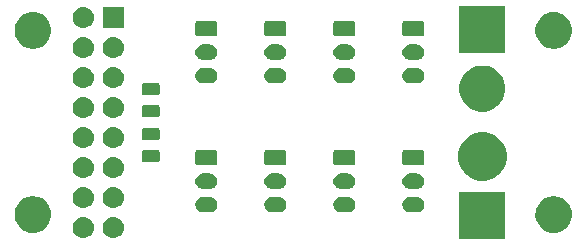
<source format=gbr>
G04 #@! TF.GenerationSoftware,KiCad,Pcbnew,(5.1.4)-1*
G04 #@! TF.CreationDate,2021-11-14T18:33:35-06:00*
G04 #@! TF.ProjectId,FadecandyHatV1.0,46616465-6361-46e6-9479-48617456312e,rev?*
G04 #@! TF.SameCoordinates,Original*
G04 #@! TF.FileFunction,Soldermask,Top*
G04 #@! TF.FilePolarity,Negative*
%FSLAX46Y46*%
G04 Gerber Fmt 4.6, Leading zero omitted, Abs format (unit mm)*
G04 Created by KiCad (PCBNEW (5.1.4)-1) date 2021-11-14 18:33:35*
%MOMM*%
%LPD*%
G04 APERTURE LIST*
%ADD10C,0.100000*%
G04 APERTURE END LIST*
D10*
G36*
X37003000Y-21255000D02*
G01*
X33101000Y-21255000D01*
X33101000Y-17353000D01*
X37003000Y-17353000D01*
X37003000Y-21255000D01*
X37003000Y-21255000D01*
G37*
G36*
X3920443Y-19425519D02*
G01*
X3986627Y-19432037D01*
X4156466Y-19483557D01*
X4312991Y-19567222D01*
X4348729Y-19596552D01*
X4450186Y-19679814D01*
X4533448Y-19781271D01*
X4562778Y-19817009D01*
X4646443Y-19973534D01*
X4697963Y-20143373D01*
X4715359Y-20320000D01*
X4697963Y-20496627D01*
X4646443Y-20666466D01*
X4562778Y-20822991D01*
X4533448Y-20858729D01*
X4450186Y-20960186D01*
X4348729Y-21043448D01*
X4312991Y-21072778D01*
X4156466Y-21156443D01*
X3986627Y-21207963D01*
X3920442Y-21214482D01*
X3854260Y-21221000D01*
X3765740Y-21221000D01*
X3699558Y-21214482D01*
X3633373Y-21207963D01*
X3463534Y-21156443D01*
X3307009Y-21072778D01*
X3271271Y-21043448D01*
X3169814Y-20960186D01*
X3086552Y-20858729D01*
X3057222Y-20822991D01*
X2973557Y-20666466D01*
X2922037Y-20496627D01*
X2904641Y-20320000D01*
X2922037Y-20143373D01*
X2973557Y-19973534D01*
X3057222Y-19817009D01*
X3086552Y-19781271D01*
X3169814Y-19679814D01*
X3271271Y-19596552D01*
X3307009Y-19567222D01*
X3463534Y-19483557D01*
X3633373Y-19432037D01*
X3699557Y-19425519D01*
X3765740Y-19419000D01*
X3854260Y-19419000D01*
X3920443Y-19425519D01*
X3920443Y-19425519D01*
G37*
G36*
X1380443Y-19425519D02*
G01*
X1446627Y-19432037D01*
X1616466Y-19483557D01*
X1772991Y-19567222D01*
X1808729Y-19596552D01*
X1910186Y-19679814D01*
X1993448Y-19781271D01*
X2022778Y-19817009D01*
X2106443Y-19973534D01*
X2157963Y-20143373D01*
X2175359Y-20320000D01*
X2157963Y-20496627D01*
X2106443Y-20666466D01*
X2022778Y-20822991D01*
X1993448Y-20858729D01*
X1910186Y-20960186D01*
X1808729Y-21043448D01*
X1772991Y-21072778D01*
X1616466Y-21156443D01*
X1446627Y-21207963D01*
X1380442Y-21214482D01*
X1314260Y-21221000D01*
X1225740Y-21221000D01*
X1159558Y-21214482D01*
X1093373Y-21207963D01*
X923534Y-21156443D01*
X767009Y-21072778D01*
X731271Y-21043448D01*
X629814Y-20960186D01*
X546552Y-20858729D01*
X517222Y-20822991D01*
X433557Y-20666466D01*
X382037Y-20496627D01*
X364641Y-20320000D01*
X382037Y-20143373D01*
X433557Y-19973534D01*
X517222Y-19817009D01*
X546552Y-19781271D01*
X629814Y-19679814D01*
X731271Y-19596552D01*
X767009Y-19567222D01*
X923534Y-19483557D01*
X1093373Y-19432037D01*
X1159557Y-19425519D01*
X1225740Y-19419000D01*
X1314260Y-19419000D01*
X1380443Y-19425519D01*
X1380443Y-19425519D01*
G37*
G36*
X41402585Y-17703802D02*
G01*
X41552410Y-17733604D01*
X41834674Y-17850521D01*
X42088705Y-18020259D01*
X42304741Y-18236295D01*
X42474479Y-18490326D01*
X42591396Y-18772590D01*
X42607501Y-18853554D01*
X42635707Y-18995354D01*
X42651000Y-19072240D01*
X42651000Y-19377760D01*
X42591396Y-19677410D01*
X42474479Y-19959674D01*
X42304741Y-20213705D01*
X42088705Y-20429741D01*
X41834674Y-20599479D01*
X41552410Y-20716396D01*
X41402585Y-20746198D01*
X41252761Y-20776000D01*
X40947239Y-20776000D01*
X40797415Y-20746198D01*
X40647590Y-20716396D01*
X40365326Y-20599479D01*
X40111295Y-20429741D01*
X39895259Y-20213705D01*
X39725521Y-19959674D01*
X39608604Y-19677410D01*
X39549000Y-19377760D01*
X39549000Y-19072240D01*
X39564294Y-18995354D01*
X39592499Y-18853554D01*
X39608604Y-18772590D01*
X39725521Y-18490326D01*
X39895259Y-18236295D01*
X40111295Y-18020259D01*
X40365326Y-17850521D01*
X40647590Y-17733604D01*
X40797415Y-17703802D01*
X40947239Y-17674000D01*
X41252761Y-17674000D01*
X41402585Y-17703802D01*
X41402585Y-17703802D01*
G37*
G36*
X-2697415Y-17703802D02*
G01*
X-2547590Y-17733604D01*
X-2265326Y-17850521D01*
X-2011295Y-18020259D01*
X-1795259Y-18236295D01*
X-1625521Y-18490326D01*
X-1508604Y-18772590D01*
X-1492499Y-18853554D01*
X-1464293Y-18995354D01*
X-1449000Y-19072240D01*
X-1449000Y-19377760D01*
X-1508604Y-19677410D01*
X-1625521Y-19959674D01*
X-1795259Y-20213705D01*
X-2011295Y-20429741D01*
X-2265326Y-20599479D01*
X-2547590Y-20716396D01*
X-2697415Y-20746198D01*
X-2847239Y-20776000D01*
X-3152761Y-20776000D01*
X-3302585Y-20746198D01*
X-3452410Y-20716396D01*
X-3734674Y-20599479D01*
X-3988705Y-20429741D01*
X-4204741Y-20213705D01*
X-4374479Y-19959674D01*
X-4491396Y-19677410D01*
X-4551000Y-19377760D01*
X-4551000Y-19072240D01*
X-4535706Y-18995354D01*
X-4507501Y-18853554D01*
X-4491396Y-18772590D01*
X-4374479Y-18490326D01*
X-4204741Y-18236295D01*
X-3988705Y-18020259D01*
X-3734674Y-17850521D01*
X-3452410Y-17733604D01*
X-3302585Y-17703802D01*
X-3152761Y-17674000D01*
X-2847239Y-17674000D01*
X-2697415Y-17703802D01*
X-2697415Y-17703802D01*
G37*
G36*
X29548855Y-17743140D02*
G01*
X29612618Y-17749420D01*
X29703404Y-17776960D01*
X29735336Y-17786646D01*
X29848425Y-17847094D01*
X29947554Y-17928446D01*
X30028906Y-18027575D01*
X30089354Y-18140664D01*
X30089355Y-18140668D01*
X30126580Y-18263382D01*
X30139149Y-18391000D01*
X30126580Y-18518618D01*
X30122284Y-18532779D01*
X30089354Y-18641336D01*
X30028906Y-18754425D01*
X29947554Y-18853554D01*
X29848425Y-18934906D01*
X29735336Y-18995354D01*
X29703404Y-19005040D01*
X29612618Y-19032580D01*
X29548855Y-19038860D01*
X29516974Y-19042000D01*
X28903026Y-19042000D01*
X28871145Y-19038860D01*
X28807382Y-19032580D01*
X28716596Y-19005040D01*
X28684664Y-18995354D01*
X28571575Y-18934906D01*
X28472446Y-18853554D01*
X28391094Y-18754425D01*
X28330646Y-18641336D01*
X28297716Y-18532779D01*
X28293420Y-18518618D01*
X28280851Y-18391000D01*
X28293420Y-18263382D01*
X28330645Y-18140668D01*
X28330646Y-18140664D01*
X28391094Y-18027575D01*
X28472446Y-17928446D01*
X28571575Y-17847094D01*
X28684664Y-17786646D01*
X28716596Y-17776960D01*
X28807382Y-17749420D01*
X28871145Y-17743140D01*
X28903026Y-17740000D01*
X29516974Y-17740000D01*
X29548855Y-17743140D01*
X29548855Y-17743140D01*
G37*
G36*
X12022855Y-17743140D02*
G01*
X12086618Y-17749420D01*
X12177404Y-17776960D01*
X12209336Y-17786646D01*
X12322425Y-17847094D01*
X12421554Y-17928446D01*
X12502906Y-18027575D01*
X12563354Y-18140664D01*
X12563355Y-18140668D01*
X12600580Y-18263382D01*
X12613149Y-18391000D01*
X12600580Y-18518618D01*
X12596284Y-18532779D01*
X12563354Y-18641336D01*
X12502906Y-18754425D01*
X12421554Y-18853554D01*
X12322425Y-18934906D01*
X12209336Y-18995354D01*
X12177404Y-19005040D01*
X12086618Y-19032580D01*
X12022855Y-19038860D01*
X11990974Y-19042000D01*
X11377026Y-19042000D01*
X11345145Y-19038860D01*
X11281382Y-19032580D01*
X11190596Y-19005040D01*
X11158664Y-18995354D01*
X11045575Y-18934906D01*
X10946446Y-18853554D01*
X10865094Y-18754425D01*
X10804646Y-18641336D01*
X10771716Y-18532779D01*
X10767420Y-18518618D01*
X10754851Y-18391000D01*
X10767420Y-18263382D01*
X10804645Y-18140668D01*
X10804646Y-18140664D01*
X10865094Y-18027575D01*
X10946446Y-17928446D01*
X11045575Y-17847094D01*
X11158664Y-17786646D01*
X11190596Y-17776960D01*
X11281382Y-17749420D01*
X11345145Y-17743140D01*
X11377026Y-17740000D01*
X11990974Y-17740000D01*
X12022855Y-17743140D01*
X12022855Y-17743140D01*
G37*
G36*
X17864855Y-17743140D02*
G01*
X17928618Y-17749420D01*
X18019404Y-17776960D01*
X18051336Y-17786646D01*
X18164425Y-17847094D01*
X18263554Y-17928446D01*
X18344906Y-18027575D01*
X18405354Y-18140664D01*
X18405355Y-18140668D01*
X18442580Y-18263382D01*
X18455149Y-18391000D01*
X18442580Y-18518618D01*
X18438284Y-18532779D01*
X18405354Y-18641336D01*
X18344906Y-18754425D01*
X18263554Y-18853554D01*
X18164425Y-18934906D01*
X18051336Y-18995354D01*
X18019404Y-19005040D01*
X17928618Y-19032580D01*
X17864855Y-19038860D01*
X17832974Y-19042000D01*
X17219026Y-19042000D01*
X17187145Y-19038860D01*
X17123382Y-19032580D01*
X17032596Y-19005040D01*
X17000664Y-18995354D01*
X16887575Y-18934906D01*
X16788446Y-18853554D01*
X16707094Y-18754425D01*
X16646646Y-18641336D01*
X16613716Y-18532779D01*
X16609420Y-18518618D01*
X16596851Y-18391000D01*
X16609420Y-18263382D01*
X16646645Y-18140668D01*
X16646646Y-18140664D01*
X16707094Y-18027575D01*
X16788446Y-17928446D01*
X16887575Y-17847094D01*
X17000664Y-17786646D01*
X17032596Y-17776960D01*
X17123382Y-17749420D01*
X17187145Y-17743140D01*
X17219026Y-17740000D01*
X17832974Y-17740000D01*
X17864855Y-17743140D01*
X17864855Y-17743140D01*
G37*
G36*
X23706855Y-17743140D02*
G01*
X23770618Y-17749420D01*
X23861404Y-17776960D01*
X23893336Y-17786646D01*
X24006425Y-17847094D01*
X24105554Y-17928446D01*
X24186906Y-18027575D01*
X24247354Y-18140664D01*
X24247355Y-18140668D01*
X24284580Y-18263382D01*
X24297149Y-18391000D01*
X24284580Y-18518618D01*
X24280284Y-18532779D01*
X24247354Y-18641336D01*
X24186906Y-18754425D01*
X24105554Y-18853554D01*
X24006425Y-18934906D01*
X23893336Y-18995354D01*
X23861404Y-19005040D01*
X23770618Y-19032580D01*
X23706855Y-19038860D01*
X23674974Y-19042000D01*
X23061026Y-19042000D01*
X23029145Y-19038860D01*
X22965382Y-19032580D01*
X22874596Y-19005040D01*
X22842664Y-18995354D01*
X22729575Y-18934906D01*
X22630446Y-18853554D01*
X22549094Y-18754425D01*
X22488646Y-18641336D01*
X22455716Y-18532779D01*
X22451420Y-18518618D01*
X22438851Y-18391000D01*
X22451420Y-18263382D01*
X22488645Y-18140668D01*
X22488646Y-18140664D01*
X22549094Y-18027575D01*
X22630446Y-17928446D01*
X22729575Y-17847094D01*
X22842664Y-17786646D01*
X22874596Y-17776960D01*
X22965382Y-17749420D01*
X23029145Y-17743140D01*
X23061026Y-17740000D01*
X23674974Y-17740000D01*
X23706855Y-17743140D01*
X23706855Y-17743140D01*
G37*
G36*
X1380443Y-16885519D02*
G01*
X1446627Y-16892037D01*
X1616466Y-16943557D01*
X1772991Y-17027222D01*
X1790998Y-17042000D01*
X1910186Y-17139814D01*
X1993448Y-17241271D01*
X2022778Y-17277009D01*
X2106443Y-17433534D01*
X2157963Y-17603373D01*
X2175359Y-17780000D01*
X2157963Y-17956627D01*
X2106443Y-18126466D01*
X2022778Y-18282991D01*
X1993448Y-18318729D01*
X1910186Y-18420186D01*
X1824719Y-18490326D01*
X1772991Y-18532778D01*
X1616466Y-18616443D01*
X1446627Y-18667963D01*
X1380443Y-18674481D01*
X1314260Y-18681000D01*
X1225740Y-18681000D01*
X1159557Y-18674481D01*
X1093373Y-18667963D01*
X923534Y-18616443D01*
X767009Y-18532778D01*
X715281Y-18490326D01*
X629814Y-18420186D01*
X546552Y-18318729D01*
X517222Y-18282991D01*
X433557Y-18126466D01*
X382037Y-17956627D01*
X364641Y-17780000D01*
X382037Y-17603373D01*
X433557Y-17433534D01*
X517222Y-17277009D01*
X546552Y-17241271D01*
X629814Y-17139814D01*
X749002Y-17042000D01*
X767009Y-17027222D01*
X923534Y-16943557D01*
X1093373Y-16892037D01*
X1159557Y-16885519D01*
X1225740Y-16879000D01*
X1314260Y-16879000D01*
X1380443Y-16885519D01*
X1380443Y-16885519D01*
G37*
G36*
X3920443Y-16885519D02*
G01*
X3986627Y-16892037D01*
X4156466Y-16943557D01*
X4312991Y-17027222D01*
X4330998Y-17042000D01*
X4450186Y-17139814D01*
X4533448Y-17241271D01*
X4562778Y-17277009D01*
X4646443Y-17433534D01*
X4697963Y-17603373D01*
X4715359Y-17780000D01*
X4697963Y-17956627D01*
X4646443Y-18126466D01*
X4562778Y-18282991D01*
X4533448Y-18318729D01*
X4450186Y-18420186D01*
X4364719Y-18490326D01*
X4312991Y-18532778D01*
X4156466Y-18616443D01*
X3986627Y-18667963D01*
X3920443Y-18674481D01*
X3854260Y-18681000D01*
X3765740Y-18681000D01*
X3699557Y-18674481D01*
X3633373Y-18667963D01*
X3463534Y-18616443D01*
X3307009Y-18532778D01*
X3255281Y-18490326D01*
X3169814Y-18420186D01*
X3086552Y-18318729D01*
X3057222Y-18282991D01*
X2973557Y-18126466D01*
X2922037Y-17956627D01*
X2904641Y-17780000D01*
X2922037Y-17603373D01*
X2973557Y-17433534D01*
X3057222Y-17277009D01*
X3086552Y-17241271D01*
X3169814Y-17139814D01*
X3289002Y-17042000D01*
X3307009Y-17027222D01*
X3463534Y-16943557D01*
X3633373Y-16892037D01*
X3699557Y-16885519D01*
X3765740Y-16879000D01*
X3854260Y-16879000D01*
X3920443Y-16885519D01*
X3920443Y-16885519D01*
G37*
G36*
X12021322Y-15742989D02*
G01*
X12086618Y-15749420D01*
X12177404Y-15776960D01*
X12209336Y-15786646D01*
X12322425Y-15847094D01*
X12421554Y-15928446D01*
X12502906Y-16027575D01*
X12563354Y-16140664D01*
X12563355Y-16140668D01*
X12600580Y-16263382D01*
X12613149Y-16391000D01*
X12600580Y-16518618D01*
X12573040Y-16609404D01*
X12563354Y-16641336D01*
X12502906Y-16754425D01*
X12421554Y-16853554D01*
X12322425Y-16934906D01*
X12209336Y-16995354D01*
X12177404Y-17005040D01*
X12086618Y-17032580D01*
X12022855Y-17038860D01*
X11990974Y-17042000D01*
X11377026Y-17042000D01*
X11345145Y-17038860D01*
X11281382Y-17032580D01*
X11190596Y-17005040D01*
X11158664Y-16995354D01*
X11045575Y-16934906D01*
X10946446Y-16853554D01*
X10865094Y-16754425D01*
X10804646Y-16641336D01*
X10794960Y-16609404D01*
X10767420Y-16518618D01*
X10754851Y-16391000D01*
X10767420Y-16263382D01*
X10804645Y-16140668D01*
X10804646Y-16140664D01*
X10865094Y-16027575D01*
X10946446Y-15928446D01*
X11045575Y-15847094D01*
X11158664Y-15786646D01*
X11190596Y-15776960D01*
X11281382Y-15749420D01*
X11346678Y-15742989D01*
X11377026Y-15740000D01*
X11990974Y-15740000D01*
X12021322Y-15742989D01*
X12021322Y-15742989D01*
G37*
G36*
X23705322Y-15742989D02*
G01*
X23770618Y-15749420D01*
X23861404Y-15776960D01*
X23893336Y-15786646D01*
X24006425Y-15847094D01*
X24105554Y-15928446D01*
X24186906Y-16027575D01*
X24247354Y-16140664D01*
X24247355Y-16140668D01*
X24284580Y-16263382D01*
X24297149Y-16391000D01*
X24284580Y-16518618D01*
X24257040Y-16609404D01*
X24247354Y-16641336D01*
X24186906Y-16754425D01*
X24105554Y-16853554D01*
X24006425Y-16934906D01*
X23893336Y-16995354D01*
X23861404Y-17005040D01*
X23770618Y-17032580D01*
X23706855Y-17038860D01*
X23674974Y-17042000D01*
X23061026Y-17042000D01*
X23029145Y-17038860D01*
X22965382Y-17032580D01*
X22874596Y-17005040D01*
X22842664Y-16995354D01*
X22729575Y-16934906D01*
X22630446Y-16853554D01*
X22549094Y-16754425D01*
X22488646Y-16641336D01*
X22478960Y-16609404D01*
X22451420Y-16518618D01*
X22438851Y-16391000D01*
X22451420Y-16263382D01*
X22488645Y-16140668D01*
X22488646Y-16140664D01*
X22549094Y-16027575D01*
X22630446Y-15928446D01*
X22729575Y-15847094D01*
X22842664Y-15786646D01*
X22874596Y-15776960D01*
X22965382Y-15749420D01*
X23030678Y-15742989D01*
X23061026Y-15740000D01*
X23674974Y-15740000D01*
X23705322Y-15742989D01*
X23705322Y-15742989D01*
G37*
G36*
X29547322Y-15742989D02*
G01*
X29612618Y-15749420D01*
X29703404Y-15776960D01*
X29735336Y-15786646D01*
X29848425Y-15847094D01*
X29947554Y-15928446D01*
X30028906Y-16027575D01*
X30089354Y-16140664D01*
X30089355Y-16140668D01*
X30126580Y-16263382D01*
X30139149Y-16391000D01*
X30126580Y-16518618D01*
X30099040Y-16609404D01*
X30089354Y-16641336D01*
X30028906Y-16754425D01*
X29947554Y-16853554D01*
X29848425Y-16934906D01*
X29735336Y-16995354D01*
X29703404Y-17005040D01*
X29612618Y-17032580D01*
X29548855Y-17038860D01*
X29516974Y-17042000D01*
X28903026Y-17042000D01*
X28871145Y-17038860D01*
X28807382Y-17032580D01*
X28716596Y-17005040D01*
X28684664Y-16995354D01*
X28571575Y-16934906D01*
X28472446Y-16853554D01*
X28391094Y-16754425D01*
X28330646Y-16641336D01*
X28320960Y-16609404D01*
X28293420Y-16518618D01*
X28280851Y-16391000D01*
X28293420Y-16263382D01*
X28330645Y-16140668D01*
X28330646Y-16140664D01*
X28391094Y-16027575D01*
X28472446Y-15928446D01*
X28571575Y-15847094D01*
X28684664Y-15786646D01*
X28716596Y-15776960D01*
X28807382Y-15749420D01*
X28872678Y-15742989D01*
X28903026Y-15740000D01*
X29516974Y-15740000D01*
X29547322Y-15742989D01*
X29547322Y-15742989D01*
G37*
G36*
X17863322Y-15742989D02*
G01*
X17928618Y-15749420D01*
X18019404Y-15776960D01*
X18051336Y-15786646D01*
X18164425Y-15847094D01*
X18263554Y-15928446D01*
X18344906Y-16027575D01*
X18405354Y-16140664D01*
X18405355Y-16140668D01*
X18442580Y-16263382D01*
X18455149Y-16391000D01*
X18442580Y-16518618D01*
X18415040Y-16609404D01*
X18405354Y-16641336D01*
X18344906Y-16754425D01*
X18263554Y-16853554D01*
X18164425Y-16934906D01*
X18051336Y-16995354D01*
X18019404Y-17005040D01*
X17928618Y-17032580D01*
X17864855Y-17038860D01*
X17832974Y-17042000D01*
X17219026Y-17042000D01*
X17187145Y-17038860D01*
X17123382Y-17032580D01*
X17032596Y-17005040D01*
X17000664Y-16995354D01*
X16887575Y-16934906D01*
X16788446Y-16853554D01*
X16707094Y-16754425D01*
X16646646Y-16641336D01*
X16636960Y-16609404D01*
X16609420Y-16518618D01*
X16596851Y-16391000D01*
X16609420Y-16263382D01*
X16646645Y-16140668D01*
X16646646Y-16140664D01*
X16707094Y-16027575D01*
X16788446Y-15928446D01*
X16887575Y-15847094D01*
X17000664Y-15786646D01*
X17032596Y-15776960D01*
X17123382Y-15749420D01*
X17188678Y-15742989D01*
X17219026Y-15740000D01*
X17832974Y-15740000D01*
X17863322Y-15742989D01*
X17863322Y-15742989D01*
G37*
G36*
X35650254Y-12331818D02*
G01*
X36023511Y-12486426D01*
X36023513Y-12486427D01*
X36359436Y-12710884D01*
X36645116Y-12996564D01*
X36678460Y-13046466D01*
X36869574Y-13332489D01*
X37024182Y-13705746D01*
X37103000Y-14101993D01*
X37103000Y-14506007D01*
X37024182Y-14902254D01*
X36884283Y-15240000D01*
X36869573Y-15275513D01*
X36645116Y-15611436D01*
X36359436Y-15897116D01*
X36023513Y-16121573D01*
X36023512Y-16121574D01*
X36023511Y-16121574D01*
X35650254Y-16276182D01*
X35254007Y-16355000D01*
X34849993Y-16355000D01*
X34453746Y-16276182D01*
X34080489Y-16121574D01*
X34080488Y-16121574D01*
X34080487Y-16121573D01*
X33744564Y-15897116D01*
X33458884Y-15611436D01*
X33234427Y-15275513D01*
X33219717Y-15240000D01*
X33079818Y-14902254D01*
X33001000Y-14506007D01*
X33001000Y-14101993D01*
X33079818Y-13705746D01*
X33234426Y-13332489D01*
X33425541Y-13046466D01*
X33458884Y-12996564D01*
X33744564Y-12710884D01*
X34080487Y-12486427D01*
X34080489Y-12486426D01*
X34453746Y-12331818D01*
X34849993Y-12253000D01*
X35254007Y-12253000D01*
X35650254Y-12331818D01*
X35650254Y-12331818D01*
G37*
G36*
X3920443Y-14345519D02*
G01*
X3986627Y-14352037D01*
X4156466Y-14403557D01*
X4312991Y-14487222D01*
X4335879Y-14506006D01*
X4450186Y-14599814D01*
X4518567Y-14683138D01*
X4562778Y-14737009D01*
X4646443Y-14893534D01*
X4697963Y-15063373D01*
X4715359Y-15240000D01*
X4697963Y-15416627D01*
X4646443Y-15586466D01*
X4562778Y-15742991D01*
X4533448Y-15778729D01*
X4450186Y-15880186D01*
X4348729Y-15963448D01*
X4312991Y-15992778D01*
X4156466Y-16076443D01*
X3986627Y-16127963D01*
X3920443Y-16134481D01*
X3854260Y-16141000D01*
X3765740Y-16141000D01*
X3699557Y-16134481D01*
X3633373Y-16127963D01*
X3463534Y-16076443D01*
X3307009Y-15992778D01*
X3271271Y-15963448D01*
X3169814Y-15880186D01*
X3086552Y-15778729D01*
X3057222Y-15742991D01*
X2973557Y-15586466D01*
X2922037Y-15416627D01*
X2904641Y-15240000D01*
X2922037Y-15063373D01*
X2973557Y-14893534D01*
X3057222Y-14737009D01*
X3101433Y-14683138D01*
X3169814Y-14599814D01*
X3284121Y-14506006D01*
X3307009Y-14487222D01*
X3463534Y-14403557D01*
X3633373Y-14352037D01*
X3699557Y-14345519D01*
X3765740Y-14339000D01*
X3854260Y-14339000D01*
X3920443Y-14345519D01*
X3920443Y-14345519D01*
G37*
G36*
X1380443Y-14345519D02*
G01*
X1446627Y-14352037D01*
X1616466Y-14403557D01*
X1772991Y-14487222D01*
X1795879Y-14506006D01*
X1910186Y-14599814D01*
X1978567Y-14683138D01*
X2022778Y-14737009D01*
X2106443Y-14893534D01*
X2157963Y-15063373D01*
X2175359Y-15240000D01*
X2157963Y-15416627D01*
X2106443Y-15586466D01*
X2022778Y-15742991D01*
X1993448Y-15778729D01*
X1910186Y-15880186D01*
X1808729Y-15963448D01*
X1772991Y-15992778D01*
X1616466Y-16076443D01*
X1446627Y-16127963D01*
X1380443Y-16134481D01*
X1314260Y-16141000D01*
X1225740Y-16141000D01*
X1159557Y-16134481D01*
X1093373Y-16127963D01*
X923534Y-16076443D01*
X767009Y-15992778D01*
X731271Y-15963448D01*
X629814Y-15880186D01*
X546552Y-15778729D01*
X517222Y-15742991D01*
X433557Y-15586466D01*
X382037Y-15416627D01*
X364641Y-15240000D01*
X382037Y-15063373D01*
X433557Y-14893534D01*
X517222Y-14737009D01*
X561433Y-14683138D01*
X629814Y-14599814D01*
X744121Y-14506006D01*
X767009Y-14487222D01*
X923534Y-14403557D01*
X1093373Y-14352037D01*
X1159557Y-14345519D01*
X1225740Y-14339000D01*
X1314260Y-14339000D01*
X1380443Y-14345519D01*
X1380443Y-14345519D01*
G37*
G36*
X18292242Y-13744404D02*
G01*
X18329337Y-13755657D01*
X18363515Y-13773925D01*
X18393481Y-13798519D01*
X18418075Y-13828485D01*
X18436343Y-13862663D01*
X18447596Y-13899758D01*
X18452000Y-13944474D01*
X18452000Y-14837526D01*
X18447596Y-14882242D01*
X18436343Y-14919337D01*
X18418075Y-14953515D01*
X18393481Y-14983481D01*
X18363515Y-15008075D01*
X18329337Y-15026343D01*
X18292242Y-15037596D01*
X18247526Y-15042000D01*
X16804474Y-15042000D01*
X16759758Y-15037596D01*
X16722663Y-15026343D01*
X16688485Y-15008075D01*
X16658519Y-14983481D01*
X16633925Y-14953515D01*
X16615657Y-14919337D01*
X16604404Y-14882242D01*
X16600000Y-14837526D01*
X16600000Y-13944474D01*
X16604404Y-13899758D01*
X16615657Y-13862663D01*
X16633925Y-13828485D01*
X16658519Y-13798519D01*
X16688485Y-13773925D01*
X16722663Y-13755657D01*
X16759758Y-13744404D01*
X16804474Y-13740000D01*
X18247526Y-13740000D01*
X18292242Y-13744404D01*
X18292242Y-13744404D01*
G37*
G36*
X24134242Y-13744404D02*
G01*
X24171337Y-13755657D01*
X24205515Y-13773925D01*
X24235481Y-13798519D01*
X24260075Y-13828485D01*
X24278343Y-13862663D01*
X24289596Y-13899758D01*
X24294000Y-13944474D01*
X24294000Y-14837526D01*
X24289596Y-14882242D01*
X24278343Y-14919337D01*
X24260075Y-14953515D01*
X24235481Y-14983481D01*
X24205515Y-15008075D01*
X24171337Y-15026343D01*
X24134242Y-15037596D01*
X24089526Y-15042000D01*
X22646474Y-15042000D01*
X22601758Y-15037596D01*
X22564663Y-15026343D01*
X22530485Y-15008075D01*
X22500519Y-14983481D01*
X22475925Y-14953515D01*
X22457657Y-14919337D01*
X22446404Y-14882242D01*
X22442000Y-14837526D01*
X22442000Y-13944474D01*
X22446404Y-13899758D01*
X22457657Y-13862663D01*
X22475925Y-13828485D01*
X22500519Y-13798519D01*
X22530485Y-13773925D01*
X22564663Y-13755657D01*
X22601758Y-13744404D01*
X22646474Y-13740000D01*
X24089526Y-13740000D01*
X24134242Y-13744404D01*
X24134242Y-13744404D01*
G37*
G36*
X29976242Y-13744404D02*
G01*
X30013337Y-13755657D01*
X30047515Y-13773925D01*
X30077481Y-13798519D01*
X30102075Y-13828485D01*
X30120343Y-13862663D01*
X30131596Y-13899758D01*
X30136000Y-13944474D01*
X30136000Y-14837526D01*
X30131596Y-14882242D01*
X30120343Y-14919337D01*
X30102075Y-14953515D01*
X30077481Y-14983481D01*
X30047515Y-15008075D01*
X30013337Y-15026343D01*
X29976242Y-15037596D01*
X29931526Y-15042000D01*
X28488474Y-15042000D01*
X28443758Y-15037596D01*
X28406663Y-15026343D01*
X28372485Y-15008075D01*
X28342519Y-14983481D01*
X28317925Y-14953515D01*
X28299657Y-14919337D01*
X28288404Y-14882242D01*
X28284000Y-14837526D01*
X28284000Y-13944474D01*
X28288404Y-13899758D01*
X28299657Y-13862663D01*
X28317925Y-13828485D01*
X28342519Y-13798519D01*
X28372485Y-13773925D01*
X28406663Y-13755657D01*
X28443758Y-13744404D01*
X28488474Y-13740000D01*
X29931526Y-13740000D01*
X29976242Y-13744404D01*
X29976242Y-13744404D01*
G37*
G36*
X12450242Y-13744404D02*
G01*
X12487337Y-13755657D01*
X12521515Y-13773925D01*
X12551481Y-13798519D01*
X12576075Y-13828485D01*
X12594343Y-13862663D01*
X12605596Y-13899758D01*
X12610000Y-13944474D01*
X12610000Y-14837526D01*
X12605596Y-14882242D01*
X12594343Y-14919337D01*
X12576075Y-14953515D01*
X12551481Y-14983481D01*
X12521515Y-15008075D01*
X12487337Y-15026343D01*
X12450242Y-15037596D01*
X12405526Y-15042000D01*
X10962474Y-15042000D01*
X10917758Y-15037596D01*
X10880663Y-15026343D01*
X10846485Y-15008075D01*
X10816519Y-14983481D01*
X10791925Y-14953515D01*
X10773657Y-14919337D01*
X10762404Y-14882242D01*
X10758000Y-14837526D01*
X10758000Y-13944474D01*
X10762404Y-13899758D01*
X10773657Y-13862663D01*
X10791925Y-13828485D01*
X10816519Y-13798519D01*
X10846485Y-13773925D01*
X10880663Y-13755657D01*
X10917758Y-13744404D01*
X10962474Y-13740000D01*
X12405526Y-13740000D01*
X12450242Y-13744404D01*
X12450242Y-13744404D01*
G37*
G36*
X7569468Y-13738565D02*
G01*
X7608138Y-13750296D01*
X7643777Y-13769346D01*
X7675017Y-13794983D01*
X7700654Y-13826223D01*
X7719704Y-13861862D01*
X7731435Y-13900532D01*
X7736000Y-13946888D01*
X7736000Y-14598112D01*
X7731435Y-14644468D01*
X7719704Y-14683138D01*
X7700654Y-14718777D01*
X7675017Y-14750017D01*
X7643777Y-14775654D01*
X7608138Y-14794704D01*
X7569468Y-14806435D01*
X7523112Y-14811000D01*
X6446888Y-14811000D01*
X6400532Y-14806435D01*
X6361862Y-14794704D01*
X6326223Y-14775654D01*
X6294983Y-14750017D01*
X6269346Y-14718777D01*
X6250296Y-14683138D01*
X6238565Y-14644468D01*
X6234000Y-14598112D01*
X6234000Y-13946888D01*
X6238565Y-13900532D01*
X6250296Y-13861862D01*
X6269346Y-13826223D01*
X6294983Y-13794983D01*
X6326223Y-13769346D01*
X6361862Y-13750296D01*
X6400532Y-13738565D01*
X6446888Y-13734000D01*
X7523112Y-13734000D01*
X7569468Y-13738565D01*
X7569468Y-13738565D01*
G37*
G36*
X3920443Y-11805519D02*
G01*
X3986627Y-11812037D01*
X4156466Y-11863557D01*
X4312991Y-11947222D01*
X4317866Y-11951223D01*
X4450186Y-12059814D01*
X4506349Y-12128250D01*
X4562778Y-12197009D01*
X4562779Y-12197011D01*
X4634836Y-12331818D01*
X4646443Y-12353534D01*
X4697963Y-12523373D01*
X4715359Y-12700000D01*
X4697963Y-12876627D01*
X4646443Y-13046466D01*
X4562778Y-13202991D01*
X4533448Y-13238729D01*
X4450186Y-13340186D01*
X4348729Y-13423448D01*
X4312991Y-13452778D01*
X4156466Y-13536443D01*
X3986627Y-13587963D01*
X3920443Y-13594481D01*
X3854260Y-13601000D01*
X3765740Y-13601000D01*
X3699557Y-13594481D01*
X3633373Y-13587963D01*
X3463534Y-13536443D01*
X3307009Y-13452778D01*
X3271271Y-13423448D01*
X3169814Y-13340186D01*
X3086552Y-13238729D01*
X3057222Y-13202991D01*
X2973557Y-13046466D01*
X2922037Y-12876627D01*
X2904641Y-12700000D01*
X2922037Y-12523373D01*
X2973557Y-12353534D01*
X2985165Y-12331818D01*
X3057221Y-12197011D01*
X3057222Y-12197009D01*
X3113651Y-12128250D01*
X3169814Y-12059814D01*
X3302134Y-11951223D01*
X3307009Y-11947222D01*
X3463534Y-11863557D01*
X3633373Y-11812037D01*
X3699557Y-11805519D01*
X3765740Y-11799000D01*
X3854260Y-11799000D01*
X3920443Y-11805519D01*
X3920443Y-11805519D01*
G37*
G36*
X1380443Y-11805519D02*
G01*
X1446627Y-11812037D01*
X1616466Y-11863557D01*
X1772991Y-11947222D01*
X1777866Y-11951223D01*
X1910186Y-12059814D01*
X1966349Y-12128250D01*
X2022778Y-12197009D01*
X2022779Y-12197011D01*
X2094836Y-12331818D01*
X2106443Y-12353534D01*
X2157963Y-12523373D01*
X2175359Y-12700000D01*
X2157963Y-12876627D01*
X2106443Y-13046466D01*
X2022778Y-13202991D01*
X1993448Y-13238729D01*
X1910186Y-13340186D01*
X1808729Y-13423448D01*
X1772991Y-13452778D01*
X1616466Y-13536443D01*
X1446627Y-13587963D01*
X1380443Y-13594481D01*
X1314260Y-13601000D01*
X1225740Y-13601000D01*
X1159557Y-13594481D01*
X1093373Y-13587963D01*
X923534Y-13536443D01*
X767009Y-13452778D01*
X731271Y-13423448D01*
X629814Y-13340186D01*
X546552Y-13238729D01*
X517222Y-13202991D01*
X433557Y-13046466D01*
X382037Y-12876627D01*
X364641Y-12700000D01*
X382037Y-12523373D01*
X433557Y-12353534D01*
X445165Y-12331818D01*
X517221Y-12197011D01*
X517222Y-12197009D01*
X573651Y-12128250D01*
X629814Y-12059814D01*
X762134Y-11951223D01*
X767009Y-11947222D01*
X923534Y-11863557D01*
X1093373Y-11812037D01*
X1159557Y-11805519D01*
X1225740Y-11799000D01*
X1314260Y-11799000D01*
X1380443Y-11805519D01*
X1380443Y-11805519D01*
G37*
G36*
X7569468Y-11863565D02*
G01*
X7608138Y-11875296D01*
X7643777Y-11894346D01*
X7675017Y-11919983D01*
X7700654Y-11951223D01*
X7719704Y-11986862D01*
X7731435Y-12025532D01*
X7736000Y-12071888D01*
X7736000Y-12723112D01*
X7731435Y-12769468D01*
X7719704Y-12808138D01*
X7700654Y-12843777D01*
X7675017Y-12875017D01*
X7643777Y-12900654D01*
X7608138Y-12919704D01*
X7569468Y-12931435D01*
X7523112Y-12936000D01*
X6446888Y-12936000D01*
X6400532Y-12931435D01*
X6361862Y-12919704D01*
X6326223Y-12900654D01*
X6294983Y-12875017D01*
X6269346Y-12843777D01*
X6250296Y-12808138D01*
X6238565Y-12769468D01*
X6234000Y-12723112D01*
X6234000Y-12071888D01*
X6238565Y-12025532D01*
X6250296Y-11986862D01*
X6269346Y-11951223D01*
X6294983Y-11919983D01*
X6326223Y-11894346D01*
X6361862Y-11875296D01*
X6400532Y-11863565D01*
X6446888Y-11859000D01*
X7523112Y-11859000D01*
X7569468Y-11863565D01*
X7569468Y-11863565D01*
G37*
G36*
X3920442Y-9265518D02*
G01*
X3986627Y-9272037D01*
X4156466Y-9323557D01*
X4312991Y-9407222D01*
X4348729Y-9436552D01*
X4450186Y-9519814D01*
X4533448Y-9621271D01*
X4562778Y-9657009D01*
X4646443Y-9813534D01*
X4697963Y-9983373D01*
X4715359Y-10160000D01*
X4697963Y-10336627D01*
X4646443Y-10506466D01*
X4562778Y-10662991D01*
X4533448Y-10698729D01*
X4450186Y-10800186D01*
X4361292Y-10873138D01*
X4312991Y-10912778D01*
X4156466Y-10996443D01*
X3986627Y-11047963D01*
X3920443Y-11054481D01*
X3854260Y-11061000D01*
X3765740Y-11061000D01*
X3699557Y-11054481D01*
X3633373Y-11047963D01*
X3463534Y-10996443D01*
X3307009Y-10912778D01*
X3258708Y-10873138D01*
X3169814Y-10800186D01*
X3086552Y-10698729D01*
X3057222Y-10662991D01*
X2973557Y-10506466D01*
X2922037Y-10336627D01*
X2904641Y-10160000D01*
X2922037Y-9983373D01*
X2973557Y-9813534D01*
X3057222Y-9657009D01*
X3086552Y-9621271D01*
X3169814Y-9519814D01*
X3271271Y-9436552D01*
X3307009Y-9407222D01*
X3463534Y-9323557D01*
X3633373Y-9272037D01*
X3699558Y-9265518D01*
X3765740Y-9259000D01*
X3854260Y-9259000D01*
X3920442Y-9265518D01*
X3920442Y-9265518D01*
G37*
G36*
X1380442Y-9265518D02*
G01*
X1446627Y-9272037D01*
X1616466Y-9323557D01*
X1772991Y-9407222D01*
X1808729Y-9436552D01*
X1910186Y-9519814D01*
X1993448Y-9621271D01*
X2022778Y-9657009D01*
X2106443Y-9813534D01*
X2157963Y-9983373D01*
X2175359Y-10160000D01*
X2157963Y-10336627D01*
X2106443Y-10506466D01*
X2022778Y-10662991D01*
X1993448Y-10698729D01*
X1910186Y-10800186D01*
X1821292Y-10873138D01*
X1772991Y-10912778D01*
X1616466Y-10996443D01*
X1446627Y-11047963D01*
X1380443Y-11054481D01*
X1314260Y-11061000D01*
X1225740Y-11061000D01*
X1159557Y-11054481D01*
X1093373Y-11047963D01*
X923534Y-10996443D01*
X767009Y-10912778D01*
X718708Y-10873138D01*
X629814Y-10800186D01*
X546552Y-10698729D01*
X517222Y-10662991D01*
X433557Y-10506466D01*
X382037Y-10336627D01*
X364641Y-10160000D01*
X382037Y-9983373D01*
X433557Y-9813534D01*
X517222Y-9657009D01*
X546552Y-9621271D01*
X629814Y-9519814D01*
X731271Y-9436552D01*
X767009Y-9407222D01*
X923534Y-9323557D01*
X1093373Y-9272037D01*
X1159558Y-9265518D01*
X1225740Y-9259000D01*
X1314260Y-9259000D01*
X1380442Y-9265518D01*
X1380442Y-9265518D01*
G37*
G36*
X7569468Y-9928565D02*
G01*
X7608138Y-9940296D01*
X7643777Y-9959346D01*
X7675017Y-9984983D01*
X7700654Y-10016223D01*
X7719704Y-10051862D01*
X7731435Y-10090532D01*
X7736000Y-10136888D01*
X7736000Y-10788112D01*
X7731435Y-10834468D01*
X7719704Y-10873138D01*
X7700654Y-10908777D01*
X7675017Y-10940017D01*
X7643777Y-10965654D01*
X7608138Y-10984704D01*
X7569468Y-10996435D01*
X7523112Y-11001000D01*
X6446888Y-11001000D01*
X6400532Y-10996435D01*
X6361862Y-10984704D01*
X6326223Y-10965654D01*
X6294983Y-10940017D01*
X6269346Y-10908777D01*
X6250296Y-10873138D01*
X6238565Y-10834468D01*
X6234000Y-10788112D01*
X6234000Y-10136888D01*
X6238565Y-10090532D01*
X6250296Y-10051862D01*
X6269346Y-10016223D01*
X6294983Y-9984983D01*
X6326223Y-9959346D01*
X6361862Y-9940296D01*
X6400532Y-9928565D01*
X6446888Y-9924000D01*
X7523112Y-9924000D01*
X7569468Y-9928565D01*
X7569468Y-9928565D01*
G37*
G36*
X35621085Y-6679975D02*
G01*
X35954306Y-6818000D01*
X35976145Y-6827046D01*
X36295690Y-7040559D01*
X36567441Y-7312310D01*
X36780954Y-7631855D01*
X36780955Y-7631857D01*
X36928025Y-7986915D01*
X37003000Y-8363842D01*
X37003000Y-8748158D01*
X36928025Y-9125085D01*
X36811160Y-9407221D01*
X36780954Y-9480145D01*
X36567441Y-9799690D01*
X36295690Y-10071441D01*
X35976145Y-10284954D01*
X35976144Y-10284955D01*
X35976143Y-10284955D01*
X35621085Y-10432025D01*
X35244158Y-10507000D01*
X34859842Y-10507000D01*
X34482915Y-10432025D01*
X34127857Y-10284955D01*
X34127856Y-10284955D01*
X34127855Y-10284954D01*
X33808310Y-10071441D01*
X33536559Y-9799690D01*
X33323046Y-9480145D01*
X33292840Y-9407221D01*
X33175975Y-9125085D01*
X33101000Y-8748158D01*
X33101000Y-8363842D01*
X33175975Y-7986915D01*
X33323045Y-7631857D01*
X33323046Y-7631855D01*
X33536559Y-7312310D01*
X33808310Y-7040559D01*
X34127855Y-6827046D01*
X34149694Y-6818000D01*
X34482915Y-6679975D01*
X34859842Y-6605000D01*
X35244158Y-6605000D01*
X35621085Y-6679975D01*
X35621085Y-6679975D01*
G37*
G36*
X7569468Y-8053565D02*
G01*
X7608138Y-8065296D01*
X7643777Y-8084346D01*
X7675017Y-8109983D01*
X7700654Y-8141223D01*
X7719704Y-8176862D01*
X7731435Y-8215532D01*
X7736000Y-8261888D01*
X7736000Y-8913112D01*
X7731435Y-8959468D01*
X7719704Y-8998138D01*
X7700654Y-9033777D01*
X7675017Y-9065017D01*
X7643777Y-9090654D01*
X7608138Y-9109704D01*
X7569468Y-9121435D01*
X7523112Y-9126000D01*
X6446888Y-9126000D01*
X6400532Y-9121435D01*
X6361862Y-9109704D01*
X6326223Y-9090654D01*
X6294983Y-9065017D01*
X6269346Y-9033777D01*
X6250296Y-8998138D01*
X6238565Y-8959468D01*
X6234000Y-8913112D01*
X6234000Y-8261888D01*
X6238565Y-8215532D01*
X6250296Y-8176862D01*
X6269346Y-8141223D01*
X6294983Y-8109983D01*
X6326223Y-8084346D01*
X6361862Y-8065296D01*
X6400532Y-8053565D01*
X6446888Y-8049000D01*
X7523112Y-8049000D01*
X7569468Y-8053565D01*
X7569468Y-8053565D01*
G37*
G36*
X1380442Y-6725518D02*
G01*
X1446627Y-6732037D01*
X1616466Y-6783557D01*
X1772991Y-6867222D01*
X1808729Y-6896552D01*
X1910186Y-6979814D01*
X1960037Y-7040559D01*
X2022778Y-7117009D01*
X2106443Y-7273534D01*
X2157963Y-7443373D01*
X2175359Y-7620000D01*
X2157963Y-7796627D01*
X2106443Y-7966466D01*
X2022778Y-8122991D01*
X2018781Y-8127861D01*
X1910186Y-8260186D01*
X1808729Y-8343448D01*
X1772991Y-8372778D01*
X1616466Y-8456443D01*
X1446627Y-8507963D01*
X1380443Y-8514481D01*
X1314260Y-8521000D01*
X1225740Y-8521000D01*
X1159557Y-8514481D01*
X1093373Y-8507963D01*
X923534Y-8456443D01*
X767009Y-8372778D01*
X731271Y-8343448D01*
X629814Y-8260186D01*
X521219Y-8127861D01*
X517222Y-8122991D01*
X433557Y-7966466D01*
X382037Y-7796627D01*
X364641Y-7620000D01*
X382037Y-7443373D01*
X433557Y-7273534D01*
X517222Y-7117009D01*
X579963Y-7040559D01*
X629814Y-6979814D01*
X731271Y-6896552D01*
X767009Y-6867222D01*
X923534Y-6783557D01*
X1093373Y-6732037D01*
X1159558Y-6725518D01*
X1225740Y-6719000D01*
X1314260Y-6719000D01*
X1380442Y-6725518D01*
X1380442Y-6725518D01*
G37*
G36*
X3920442Y-6725518D02*
G01*
X3986627Y-6732037D01*
X4156466Y-6783557D01*
X4312991Y-6867222D01*
X4348729Y-6896552D01*
X4450186Y-6979814D01*
X4500037Y-7040559D01*
X4562778Y-7117009D01*
X4646443Y-7273534D01*
X4697963Y-7443373D01*
X4715359Y-7620000D01*
X4697963Y-7796627D01*
X4646443Y-7966466D01*
X4562778Y-8122991D01*
X4558781Y-8127861D01*
X4450186Y-8260186D01*
X4348729Y-8343448D01*
X4312991Y-8372778D01*
X4156466Y-8456443D01*
X3986627Y-8507963D01*
X3920443Y-8514481D01*
X3854260Y-8521000D01*
X3765740Y-8521000D01*
X3699557Y-8514481D01*
X3633373Y-8507963D01*
X3463534Y-8456443D01*
X3307009Y-8372778D01*
X3271271Y-8343448D01*
X3169814Y-8260186D01*
X3061219Y-8127861D01*
X3057222Y-8122991D01*
X2973557Y-7966466D01*
X2922037Y-7796627D01*
X2904641Y-7620000D01*
X2922037Y-7443373D01*
X2973557Y-7273534D01*
X3057222Y-7117009D01*
X3119963Y-7040559D01*
X3169814Y-6979814D01*
X3271271Y-6896552D01*
X3307009Y-6867222D01*
X3463534Y-6783557D01*
X3633373Y-6732037D01*
X3699558Y-6725518D01*
X3765740Y-6719000D01*
X3854260Y-6719000D01*
X3920442Y-6725518D01*
X3920442Y-6725518D01*
G37*
G36*
X29548855Y-6821140D02*
G01*
X29612618Y-6827420D01*
X29703404Y-6854960D01*
X29735336Y-6864646D01*
X29848425Y-6925094D01*
X29947554Y-7006446D01*
X30028906Y-7105575D01*
X30089354Y-7218664D01*
X30089355Y-7218668D01*
X30126580Y-7341382D01*
X30139149Y-7469000D01*
X30126580Y-7596618D01*
X30119487Y-7620000D01*
X30089354Y-7719336D01*
X30028906Y-7832425D01*
X29947554Y-7931554D01*
X29848425Y-8012906D01*
X29735336Y-8073354D01*
X29703404Y-8083040D01*
X29612618Y-8110580D01*
X29548855Y-8116860D01*
X29516974Y-8120000D01*
X28903026Y-8120000D01*
X28871145Y-8116860D01*
X28807382Y-8110580D01*
X28716596Y-8083040D01*
X28684664Y-8073354D01*
X28571575Y-8012906D01*
X28472446Y-7931554D01*
X28391094Y-7832425D01*
X28330646Y-7719336D01*
X28300513Y-7620000D01*
X28293420Y-7596618D01*
X28280851Y-7469000D01*
X28293420Y-7341382D01*
X28330645Y-7218668D01*
X28330646Y-7218664D01*
X28391094Y-7105575D01*
X28472446Y-7006446D01*
X28571575Y-6925094D01*
X28684664Y-6864646D01*
X28716596Y-6854960D01*
X28807382Y-6827420D01*
X28871145Y-6821140D01*
X28903026Y-6818000D01*
X29516974Y-6818000D01*
X29548855Y-6821140D01*
X29548855Y-6821140D01*
G37*
G36*
X12022855Y-6821140D02*
G01*
X12086618Y-6827420D01*
X12177404Y-6854960D01*
X12209336Y-6864646D01*
X12322425Y-6925094D01*
X12421554Y-7006446D01*
X12502906Y-7105575D01*
X12563354Y-7218664D01*
X12563355Y-7218668D01*
X12600580Y-7341382D01*
X12613149Y-7469000D01*
X12600580Y-7596618D01*
X12593487Y-7620000D01*
X12563354Y-7719336D01*
X12502906Y-7832425D01*
X12421554Y-7931554D01*
X12322425Y-8012906D01*
X12209336Y-8073354D01*
X12177404Y-8083040D01*
X12086618Y-8110580D01*
X12022855Y-8116860D01*
X11990974Y-8120000D01*
X11377026Y-8120000D01*
X11345145Y-8116860D01*
X11281382Y-8110580D01*
X11190596Y-8083040D01*
X11158664Y-8073354D01*
X11045575Y-8012906D01*
X10946446Y-7931554D01*
X10865094Y-7832425D01*
X10804646Y-7719336D01*
X10774513Y-7620000D01*
X10767420Y-7596618D01*
X10754851Y-7469000D01*
X10767420Y-7341382D01*
X10804645Y-7218668D01*
X10804646Y-7218664D01*
X10865094Y-7105575D01*
X10946446Y-7006446D01*
X11045575Y-6925094D01*
X11158664Y-6864646D01*
X11190596Y-6854960D01*
X11281382Y-6827420D01*
X11345145Y-6821140D01*
X11377026Y-6818000D01*
X11990974Y-6818000D01*
X12022855Y-6821140D01*
X12022855Y-6821140D01*
G37*
G36*
X17864855Y-6821140D02*
G01*
X17928618Y-6827420D01*
X18019404Y-6854960D01*
X18051336Y-6864646D01*
X18164425Y-6925094D01*
X18263554Y-7006446D01*
X18344906Y-7105575D01*
X18405354Y-7218664D01*
X18405355Y-7218668D01*
X18442580Y-7341382D01*
X18455149Y-7469000D01*
X18442580Y-7596618D01*
X18435487Y-7620000D01*
X18405354Y-7719336D01*
X18344906Y-7832425D01*
X18263554Y-7931554D01*
X18164425Y-8012906D01*
X18051336Y-8073354D01*
X18019404Y-8083040D01*
X17928618Y-8110580D01*
X17864855Y-8116860D01*
X17832974Y-8120000D01*
X17219026Y-8120000D01*
X17187145Y-8116860D01*
X17123382Y-8110580D01*
X17032596Y-8083040D01*
X17000664Y-8073354D01*
X16887575Y-8012906D01*
X16788446Y-7931554D01*
X16707094Y-7832425D01*
X16646646Y-7719336D01*
X16616513Y-7620000D01*
X16609420Y-7596618D01*
X16596851Y-7469000D01*
X16609420Y-7341382D01*
X16646645Y-7218668D01*
X16646646Y-7218664D01*
X16707094Y-7105575D01*
X16788446Y-7006446D01*
X16887575Y-6925094D01*
X17000664Y-6864646D01*
X17032596Y-6854960D01*
X17123382Y-6827420D01*
X17187145Y-6821140D01*
X17219026Y-6818000D01*
X17832974Y-6818000D01*
X17864855Y-6821140D01*
X17864855Y-6821140D01*
G37*
G36*
X23706855Y-6821140D02*
G01*
X23770618Y-6827420D01*
X23861404Y-6854960D01*
X23893336Y-6864646D01*
X24006425Y-6925094D01*
X24105554Y-7006446D01*
X24186906Y-7105575D01*
X24247354Y-7218664D01*
X24247355Y-7218668D01*
X24284580Y-7341382D01*
X24297149Y-7469000D01*
X24284580Y-7596618D01*
X24277487Y-7620000D01*
X24247354Y-7719336D01*
X24186906Y-7832425D01*
X24105554Y-7931554D01*
X24006425Y-8012906D01*
X23893336Y-8073354D01*
X23861404Y-8083040D01*
X23770618Y-8110580D01*
X23706855Y-8116860D01*
X23674974Y-8120000D01*
X23061026Y-8120000D01*
X23029145Y-8116860D01*
X22965382Y-8110580D01*
X22874596Y-8083040D01*
X22842664Y-8073354D01*
X22729575Y-8012906D01*
X22630446Y-7931554D01*
X22549094Y-7832425D01*
X22488646Y-7719336D01*
X22458513Y-7620000D01*
X22451420Y-7596618D01*
X22438851Y-7469000D01*
X22451420Y-7341382D01*
X22488645Y-7218668D01*
X22488646Y-7218664D01*
X22549094Y-7105575D01*
X22630446Y-7006446D01*
X22729575Y-6925094D01*
X22842664Y-6864646D01*
X22874596Y-6854960D01*
X22965382Y-6827420D01*
X23029145Y-6821140D01*
X23061026Y-6818000D01*
X23674974Y-6818000D01*
X23706855Y-6821140D01*
X23706855Y-6821140D01*
G37*
G36*
X17864855Y-4821140D02*
G01*
X17928618Y-4827420D01*
X18019404Y-4854960D01*
X18051336Y-4864646D01*
X18164425Y-4925094D01*
X18263554Y-5006446D01*
X18344906Y-5105575D01*
X18405354Y-5218664D01*
X18405355Y-5218668D01*
X18442580Y-5341382D01*
X18455149Y-5469000D01*
X18442580Y-5596618D01*
X18415040Y-5687404D01*
X18405354Y-5719336D01*
X18344906Y-5832425D01*
X18263554Y-5931554D01*
X18164425Y-6012906D01*
X18051336Y-6073354D01*
X18019404Y-6083040D01*
X17928618Y-6110580D01*
X17864855Y-6116860D01*
X17832974Y-6120000D01*
X17219026Y-6120000D01*
X17187145Y-6116860D01*
X17123382Y-6110580D01*
X17032596Y-6083040D01*
X17000664Y-6073354D01*
X16887575Y-6012906D01*
X16788446Y-5931554D01*
X16707094Y-5832425D01*
X16646646Y-5719336D01*
X16636960Y-5687404D01*
X16609420Y-5596618D01*
X16596851Y-5469000D01*
X16609420Y-5341382D01*
X16646645Y-5218668D01*
X16646646Y-5218664D01*
X16707094Y-5105575D01*
X16788446Y-5006446D01*
X16887575Y-4925094D01*
X17000664Y-4864646D01*
X17032596Y-4854960D01*
X17123382Y-4827420D01*
X17187145Y-4821140D01*
X17219026Y-4818000D01*
X17832974Y-4818000D01*
X17864855Y-4821140D01*
X17864855Y-4821140D01*
G37*
G36*
X12022855Y-4821140D02*
G01*
X12086618Y-4827420D01*
X12177404Y-4854960D01*
X12209336Y-4864646D01*
X12322425Y-4925094D01*
X12421554Y-5006446D01*
X12502906Y-5105575D01*
X12563354Y-5218664D01*
X12563355Y-5218668D01*
X12600580Y-5341382D01*
X12613149Y-5469000D01*
X12600580Y-5596618D01*
X12573040Y-5687404D01*
X12563354Y-5719336D01*
X12502906Y-5832425D01*
X12421554Y-5931554D01*
X12322425Y-6012906D01*
X12209336Y-6073354D01*
X12177404Y-6083040D01*
X12086618Y-6110580D01*
X12022855Y-6116860D01*
X11990974Y-6120000D01*
X11377026Y-6120000D01*
X11345145Y-6116860D01*
X11281382Y-6110580D01*
X11190596Y-6083040D01*
X11158664Y-6073354D01*
X11045575Y-6012906D01*
X10946446Y-5931554D01*
X10865094Y-5832425D01*
X10804646Y-5719336D01*
X10794960Y-5687404D01*
X10767420Y-5596618D01*
X10754851Y-5469000D01*
X10767420Y-5341382D01*
X10804645Y-5218668D01*
X10804646Y-5218664D01*
X10865094Y-5105575D01*
X10946446Y-5006446D01*
X11045575Y-4925094D01*
X11158664Y-4864646D01*
X11190596Y-4854960D01*
X11281382Y-4827420D01*
X11345145Y-4821140D01*
X11377026Y-4818000D01*
X11990974Y-4818000D01*
X12022855Y-4821140D01*
X12022855Y-4821140D01*
G37*
G36*
X29548855Y-4821140D02*
G01*
X29612618Y-4827420D01*
X29703404Y-4854960D01*
X29735336Y-4864646D01*
X29848425Y-4925094D01*
X29947554Y-5006446D01*
X30028906Y-5105575D01*
X30089354Y-5218664D01*
X30089355Y-5218668D01*
X30126580Y-5341382D01*
X30139149Y-5469000D01*
X30126580Y-5596618D01*
X30099040Y-5687404D01*
X30089354Y-5719336D01*
X30028906Y-5832425D01*
X29947554Y-5931554D01*
X29848425Y-6012906D01*
X29735336Y-6073354D01*
X29703404Y-6083040D01*
X29612618Y-6110580D01*
X29548855Y-6116860D01*
X29516974Y-6120000D01*
X28903026Y-6120000D01*
X28871145Y-6116860D01*
X28807382Y-6110580D01*
X28716596Y-6083040D01*
X28684664Y-6073354D01*
X28571575Y-6012906D01*
X28472446Y-5931554D01*
X28391094Y-5832425D01*
X28330646Y-5719336D01*
X28320960Y-5687404D01*
X28293420Y-5596618D01*
X28280851Y-5469000D01*
X28293420Y-5341382D01*
X28330645Y-5218668D01*
X28330646Y-5218664D01*
X28391094Y-5105575D01*
X28472446Y-5006446D01*
X28571575Y-4925094D01*
X28684664Y-4864646D01*
X28716596Y-4854960D01*
X28807382Y-4827420D01*
X28871145Y-4821140D01*
X28903026Y-4818000D01*
X29516974Y-4818000D01*
X29548855Y-4821140D01*
X29548855Y-4821140D01*
G37*
G36*
X23706855Y-4821140D02*
G01*
X23770618Y-4827420D01*
X23861404Y-4854960D01*
X23893336Y-4864646D01*
X24006425Y-4925094D01*
X24105554Y-5006446D01*
X24186906Y-5105575D01*
X24247354Y-5218664D01*
X24247355Y-5218668D01*
X24284580Y-5341382D01*
X24297149Y-5469000D01*
X24284580Y-5596618D01*
X24257040Y-5687404D01*
X24247354Y-5719336D01*
X24186906Y-5832425D01*
X24105554Y-5931554D01*
X24006425Y-6012906D01*
X23893336Y-6073354D01*
X23861404Y-6083040D01*
X23770618Y-6110580D01*
X23706855Y-6116860D01*
X23674974Y-6120000D01*
X23061026Y-6120000D01*
X23029145Y-6116860D01*
X22965382Y-6110580D01*
X22874596Y-6083040D01*
X22842664Y-6073354D01*
X22729575Y-6012906D01*
X22630446Y-5931554D01*
X22549094Y-5832425D01*
X22488646Y-5719336D01*
X22478960Y-5687404D01*
X22451420Y-5596618D01*
X22438851Y-5469000D01*
X22451420Y-5341382D01*
X22488645Y-5218668D01*
X22488646Y-5218664D01*
X22549094Y-5105575D01*
X22630446Y-5006446D01*
X22729575Y-4925094D01*
X22842664Y-4864646D01*
X22874596Y-4854960D01*
X22965382Y-4827420D01*
X23029145Y-4821140D01*
X23061026Y-4818000D01*
X23674974Y-4818000D01*
X23706855Y-4821140D01*
X23706855Y-4821140D01*
G37*
G36*
X1380443Y-4185519D02*
G01*
X1446627Y-4192037D01*
X1616466Y-4243557D01*
X1772991Y-4327222D01*
X1808729Y-4356552D01*
X1910186Y-4439814D01*
X1993448Y-4541271D01*
X2022778Y-4577009D01*
X2106443Y-4733534D01*
X2157963Y-4903373D01*
X2175359Y-5080000D01*
X2157963Y-5256627D01*
X2106443Y-5426466D01*
X2022778Y-5582991D01*
X1993448Y-5618729D01*
X1910186Y-5720186D01*
X1808729Y-5803448D01*
X1772991Y-5832778D01*
X1616466Y-5916443D01*
X1446627Y-5967963D01*
X1380443Y-5974481D01*
X1314260Y-5981000D01*
X1225740Y-5981000D01*
X1159557Y-5974481D01*
X1093373Y-5967963D01*
X923534Y-5916443D01*
X767009Y-5832778D01*
X731271Y-5803448D01*
X629814Y-5720186D01*
X546552Y-5618729D01*
X517222Y-5582991D01*
X433557Y-5426466D01*
X382037Y-5256627D01*
X364641Y-5080000D01*
X382037Y-4903373D01*
X433557Y-4733534D01*
X517222Y-4577009D01*
X546552Y-4541271D01*
X629814Y-4439814D01*
X731271Y-4356552D01*
X767009Y-4327222D01*
X923534Y-4243557D01*
X1093373Y-4192037D01*
X1159557Y-4185519D01*
X1225740Y-4179000D01*
X1314260Y-4179000D01*
X1380443Y-4185519D01*
X1380443Y-4185519D01*
G37*
G36*
X3920443Y-4185519D02*
G01*
X3986627Y-4192037D01*
X4156466Y-4243557D01*
X4312991Y-4327222D01*
X4348729Y-4356552D01*
X4450186Y-4439814D01*
X4533448Y-4541271D01*
X4562778Y-4577009D01*
X4646443Y-4733534D01*
X4697963Y-4903373D01*
X4715359Y-5080000D01*
X4697963Y-5256627D01*
X4646443Y-5426466D01*
X4562778Y-5582991D01*
X4533448Y-5618729D01*
X4450186Y-5720186D01*
X4348729Y-5803448D01*
X4312991Y-5832778D01*
X4156466Y-5916443D01*
X3986627Y-5967963D01*
X3920443Y-5974481D01*
X3854260Y-5981000D01*
X3765740Y-5981000D01*
X3699557Y-5974481D01*
X3633373Y-5967963D01*
X3463534Y-5916443D01*
X3307009Y-5832778D01*
X3271271Y-5803448D01*
X3169814Y-5720186D01*
X3086552Y-5618729D01*
X3057222Y-5582991D01*
X2973557Y-5426466D01*
X2922037Y-5256627D01*
X2904641Y-5080000D01*
X2922037Y-4903373D01*
X2973557Y-4733534D01*
X3057222Y-4577009D01*
X3086552Y-4541271D01*
X3169814Y-4439814D01*
X3271271Y-4356552D01*
X3307009Y-4327222D01*
X3463534Y-4243557D01*
X3633373Y-4192037D01*
X3699557Y-4185519D01*
X3765740Y-4179000D01*
X3854260Y-4179000D01*
X3920443Y-4185519D01*
X3920443Y-4185519D01*
G37*
G36*
X37003000Y-5507000D02*
G01*
X33101000Y-5507000D01*
X33101000Y-1605000D01*
X37003000Y-1605000D01*
X37003000Y-5507000D01*
X37003000Y-5507000D01*
G37*
G36*
X41402585Y-2113802D02*
G01*
X41552410Y-2143604D01*
X41834674Y-2260521D01*
X42088705Y-2430259D01*
X42304741Y-2646295D01*
X42474479Y-2900326D01*
X42591396Y-3182590D01*
X42651000Y-3482240D01*
X42651000Y-3787760D01*
X42591396Y-4087410D01*
X42474479Y-4369674D01*
X42304741Y-4623705D01*
X42088705Y-4839741D01*
X41834674Y-5009479D01*
X41552410Y-5126396D01*
X41402585Y-5156198D01*
X41252761Y-5186000D01*
X40947239Y-5186000D01*
X40797415Y-5156198D01*
X40647590Y-5126396D01*
X40365326Y-5009479D01*
X40111295Y-4839741D01*
X39895259Y-4623705D01*
X39725521Y-4369674D01*
X39608604Y-4087410D01*
X39549000Y-3787760D01*
X39549000Y-3482240D01*
X39608604Y-3182590D01*
X39725521Y-2900326D01*
X39895259Y-2646295D01*
X40111295Y-2430259D01*
X40365326Y-2260521D01*
X40647590Y-2143604D01*
X40797415Y-2113802D01*
X40947239Y-2084000D01*
X41252761Y-2084000D01*
X41402585Y-2113802D01*
X41402585Y-2113802D01*
G37*
G36*
X-2697415Y-2113802D02*
G01*
X-2547590Y-2143604D01*
X-2265326Y-2260521D01*
X-2011295Y-2430259D01*
X-1795259Y-2646295D01*
X-1625521Y-2900326D01*
X-1508604Y-3182590D01*
X-1449000Y-3482240D01*
X-1449000Y-3787760D01*
X-1508604Y-4087410D01*
X-1625521Y-4369674D01*
X-1795259Y-4623705D01*
X-2011295Y-4839741D01*
X-2265326Y-5009479D01*
X-2547590Y-5126396D01*
X-2697415Y-5156198D01*
X-2847239Y-5186000D01*
X-3152761Y-5186000D01*
X-3302585Y-5156198D01*
X-3452410Y-5126396D01*
X-3734674Y-5009479D01*
X-3988705Y-4839741D01*
X-4204741Y-4623705D01*
X-4374479Y-4369674D01*
X-4491396Y-4087410D01*
X-4551000Y-3787760D01*
X-4551000Y-3482240D01*
X-4491396Y-3182590D01*
X-4374479Y-2900326D01*
X-4204741Y-2646295D01*
X-3988705Y-2430259D01*
X-3734674Y-2260521D01*
X-3452410Y-2143604D01*
X-3302585Y-2113802D01*
X-3152761Y-2084000D01*
X-2847239Y-2084000D01*
X-2697415Y-2113802D01*
X-2697415Y-2113802D01*
G37*
G36*
X29976242Y-2822404D02*
G01*
X30013337Y-2833657D01*
X30047515Y-2851925D01*
X30077481Y-2876519D01*
X30102075Y-2906485D01*
X30120343Y-2940663D01*
X30131596Y-2977758D01*
X30136000Y-3022474D01*
X30136000Y-3915526D01*
X30131596Y-3960242D01*
X30120343Y-3997337D01*
X30102075Y-4031515D01*
X30077481Y-4061481D01*
X30047515Y-4086075D01*
X30013337Y-4104343D01*
X29976242Y-4115596D01*
X29931526Y-4120000D01*
X28488474Y-4120000D01*
X28443758Y-4115596D01*
X28406663Y-4104343D01*
X28372485Y-4086075D01*
X28342519Y-4061481D01*
X28317925Y-4031515D01*
X28299657Y-3997337D01*
X28288404Y-3960242D01*
X28284000Y-3915526D01*
X28284000Y-3022474D01*
X28288404Y-2977758D01*
X28299657Y-2940663D01*
X28317925Y-2906485D01*
X28342519Y-2876519D01*
X28372485Y-2851925D01*
X28406663Y-2833657D01*
X28443758Y-2822404D01*
X28488474Y-2818000D01*
X29931526Y-2818000D01*
X29976242Y-2822404D01*
X29976242Y-2822404D01*
G37*
G36*
X12450242Y-2822404D02*
G01*
X12487337Y-2833657D01*
X12521515Y-2851925D01*
X12551481Y-2876519D01*
X12576075Y-2906485D01*
X12594343Y-2940663D01*
X12605596Y-2977758D01*
X12610000Y-3022474D01*
X12610000Y-3915526D01*
X12605596Y-3960242D01*
X12594343Y-3997337D01*
X12576075Y-4031515D01*
X12551481Y-4061481D01*
X12521515Y-4086075D01*
X12487337Y-4104343D01*
X12450242Y-4115596D01*
X12405526Y-4120000D01*
X10962474Y-4120000D01*
X10917758Y-4115596D01*
X10880663Y-4104343D01*
X10846485Y-4086075D01*
X10816519Y-4061481D01*
X10791925Y-4031515D01*
X10773657Y-3997337D01*
X10762404Y-3960242D01*
X10758000Y-3915526D01*
X10758000Y-3022474D01*
X10762404Y-2977758D01*
X10773657Y-2940663D01*
X10791925Y-2906485D01*
X10816519Y-2876519D01*
X10846485Y-2851925D01*
X10880663Y-2833657D01*
X10917758Y-2822404D01*
X10962474Y-2818000D01*
X12405526Y-2818000D01*
X12450242Y-2822404D01*
X12450242Y-2822404D01*
G37*
G36*
X18292242Y-2822404D02*
G01*
X18329337Y-2833657D01*
X18363515Y-2851925D01*
X18393481Y-2876519D01*
X18418075Y-2906485D01*
X18436343Y-2940663D01*
X18447596Y-2977758D01*
X18452000Y-3022474D01*
X18452000Y-3915526D01*
X18447596Y-3960242D01*
X18436343Y-3997337D01*
X18418075Y-4031515D01*
X18393481Y-4061481D01*
X18363515Y-4086075D01*
X18329337Y-4104343D01*
X18292242Y-4115596D01*
X18247526Y-4120000D01*
X16804474Y-4120000D01*
X16759758Y-4115596D01*
X16722663Y-4104343D01*
X16688485Y-4086075D01*
X16658519Y-4061481D01*
X16633925Y-4031515D01*
X16615657Y-3997337D01*
X16604404Y-3960242D01*
X16600000Y-3915526D01*
X16600000Y-3022474D01*
X16604404Y-2977758D01*
X16615657Y-2940663D01*
X16633925Y-2906485D01*
X16658519Y-2876519D01*
X16688485Y-2851925D01*
X16722663Y-2833657D01*
X16759758Y-2822404D01*
X16804474Y-2818000D01*
X18247526Y-2818000D01*
X18292242Y-2822404D01*
X18292242Y-2822404D01*
G37*
G36*
X24134242Y-2822404D02*
G01*
X24171337Y-2833657D01*
X24205515Y-2851925D01*
X24235481Y-2876519D01*
X24260075Y-2906485D01*
X24278343Y-2940663D01*
X24289596Y-2977758D01*
X24294000Y-3022474D01*
X24294000Y-3915526D01*
X24289596Y-3960242D01*
X24278343Y-3997337D01*
X24260075Y-4031515D01*
X24235481Y-4061481D01*
X24205515Y-4086075D01*
X24171337Y-4104343D01*
X24134242Y-4115596D01*
X24089526Y-4120000D01*
X22646474Y-4120000D01*
X22601758Y-4115596D01*
X22564663Y-4104343D01*
X22530485Y-4086075D01*
X22500519Y-4061481D01*
X22475925Y-4031515D01*
X22457657Y-3997337D01*
X22446404Y-3960242D01*
X22442000Y-3915526D01*
X22442000Y-3022474D01*
X22446404Y-2977758D01*
X22457657Y-2940663D01*
X22475925Y-2906485D01*
X22500519Y-2876519D01*
X22530485Y-2851925D01*
X22564663Y-2833657D01*
X22601758Y-2822404D01*
X22646474Y-2818000D01*
X24089526Y-2818000D01*
X24134242Y-2822404D01*
X24134242Y-2822404D01*
G37*
G36*
X1380443Y-1645519D02*
G01*
X1446627Y-1652037D01*
X1616466Y-1703557D01*
X1772991Y-1787222D01*
X1808729Y-1816552D01*
X1910186Y-1899814D01*
X1993448Y-2001271D01*
X2022778Y-2037009D01*
X2106443Y-2193534D01*
X2157963Y-2363373D01*
X2175359Y-2540000D01*
X2157963Y-2716627D01*
X2109460Y-2876519D01*
X2106442Y-2886468D01*
X2099035Y-2900326D01*
X2022778Y-3042991D01*
X1993448Y-3078729D01*
X1910186Y-3180186D01*
X1808729Y-3263448D01*
X1772991Y-3292778D01*
X1616466Y-3376443D01*
X1446627Y-3427963D01*
X1380443Y-3434481D01*
X1314260Y-3441000D01*
X1225740Y-3441000D01*
X1159557Y-3434481D01*
X1093373Y-3427963D01*
X923534Y-3376443D01*
X767009Y-3292778D01*
X731271Y-3263448D01*
X629814Y-3180186D01*
X546552Y-3078729D01*
X517222Y-3042991D01*
X440965Y-2900326D01*
X433558Y-2886468D01*
X430540Y-2876519D01*
X382037Y-2716627D01*
X364641Y-2540000D01*
X382037Y-2363373D01*
X433557Y-2193534D01*
X517222Y-2037009D01*
X546552Y-2001271D01*
X629814Y-1899814D01*
X731271Y-1816552D01*
X767009Y-1787222D01*
X923534Y-1703557D01*
X1093373Y-1652037D01*
X1159557Y-1645519D01*
X1225740Y-1639000D01*
X1314260Y-1639000D01*
X1380443Y-1645519D01*
X1380443Y-1645519D01*
G37*
G36*
X4711000Y-3441000D02*
G01*
X2909000Y-3441000D01*
X2909000Y-1639000D01*
X4711000Y-1639000D01*
X4711000Y-3441000D01*
X4711000Y-3441000D01*
G37*
M02*

</source>
